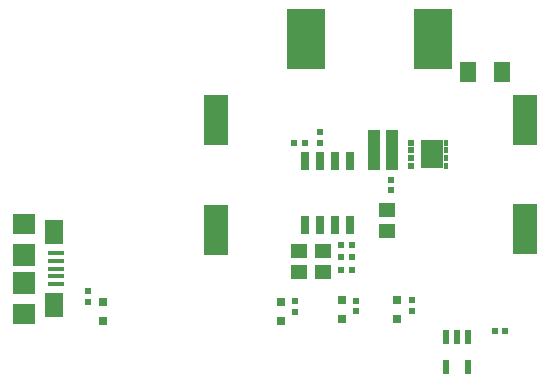
<source format=gtp>
G04*
G04 #@! TF.GenerationSoftware,Altium Limited,Altium Designer,19.1.9 (167)*
G04*
G04 Layer_Color=8421504*
%FSLAX25Y25*%
%MOIN*%
G70*
G01*
G75*
%ADD18R,0.07480X0.07480*%
%ADD19R,0.07480X0.07087*%
%ADD20R,0.05315X0.01575*%
%ADD21R,0.06299X0.08268*%
%ADD22R,0.07480X0.09646*%
%ADD23R,0.01614X0.01968*%
%ADD24R,0.02480X0.01968*%
%ADD25R,0.02165X0.02165*%
%ADD26R,0.12992X0.20079*%
%ADD27R,0.03150X0.03150*%
%ADD28R,0.05709X0.04528*%
%ADD29R,0.02362X0.04724*%
%ADD30R,0.02165X0.02165*%
%ADD31R,0.04134X0.13386*%
%ADD32R,0.08268X0.16929*%
%ADD33R,0.02559X0.06004*%
%ADD34R,0.02205X0.02441*%
%ADD35R,0.05276X0.07087*%
D18*
X6004Y39862D02*
D03*
Y49311D02*
D03*
D19*
Y29626D02*
D03*
Y59547D02*
D03*
D20*
X16535Y44587D02*
D03*
Y47146D02*
D03*
Y49705D02*
D03*
Y42028D02*
D03*
Y39469D02*
D03*
D21*
X16043Y56791D02*
D03*
Y32382D02*
D03*
D22*
X142000Y82823D02*
D03*
D23*
X146547Y86661D02*
D03*
Y84102D02*
D03*
Y81543D02*
D03*
Y78984D02*
D03*
D24*
X134815D02*
D03*
Y81543D02*
D03*
Y84102D02*
D03*
Y86661D02*
D03*
D25*
X27165Y33465D02*
D03*
Y37008D02*
D03*
X128347Y70669D02*
D03*
Y74213D02*
D03*
X116634Y33957D02*
D03*
Y30413D02*
D03*
X104528Y90059D02*
D03*
Y86516D02*
D03*
X96358Y33760D02*
D03*
Y30217D02*
D03*
X135236Y34154D02*
D03*
Y30610D02*
D03*
D26*
X142063Y121276D02*
D03*
X99937D02*
D03*
D27*
X32382Y27264D02*
D03*
Y33563D02*
D03*
X91512Y33591D02*
D03*
Y27291D02*
D03*
X130327Y34181D02*
D03*
Y27882D02*
D03*
X111740Y34024D02*
D03*
Y27724D02*
D03*
D28*
X97539Y43602D02*
D03*
Y50492D02*
D03*
X105709Y50492D02*
D03*
Y43602D02*
D03*
X126870Y64173D02*
D03*
Y57284D02*
D03*
D29*
X153937Y11909D02*
D03*
X146457D02*
D03*
Y21752D02*
D03*
X150197D02*
D03*
X153937D02*
D03*
D30*
X115256Y44291D02*
D03*
X111713D02*
D03*
Y48376D02*
D03*
X115256D02*
D03*
Y52461D02*
D03*
X111713D02*
D03*
X166339Y23917D02*
D03*
X162795D02*
D03*
D31*
X122500Y84276D02*
D03*
X128405D02*
D03*
D32*
X172835Y94291D02*
D03*
Y57677D02*
D03*
X70000Y94276D02*
D03*
Y57661D02*
D03*
D33*
X99500Y59098D02*
D03*
X104500D02*
D03*
X109500D02*
D03*
X114500D02*
D03*
Y80453D02*
D03*
X109500D02*
D03*
X104500D02*
D03*
X99500D02*
D03*
D34*
X95728Y86516D02*
D03*
X99508D02*
D03*
D35*
X153917Y110138D02*
D03*
X165177D02*
D03*
M02*

</source>
